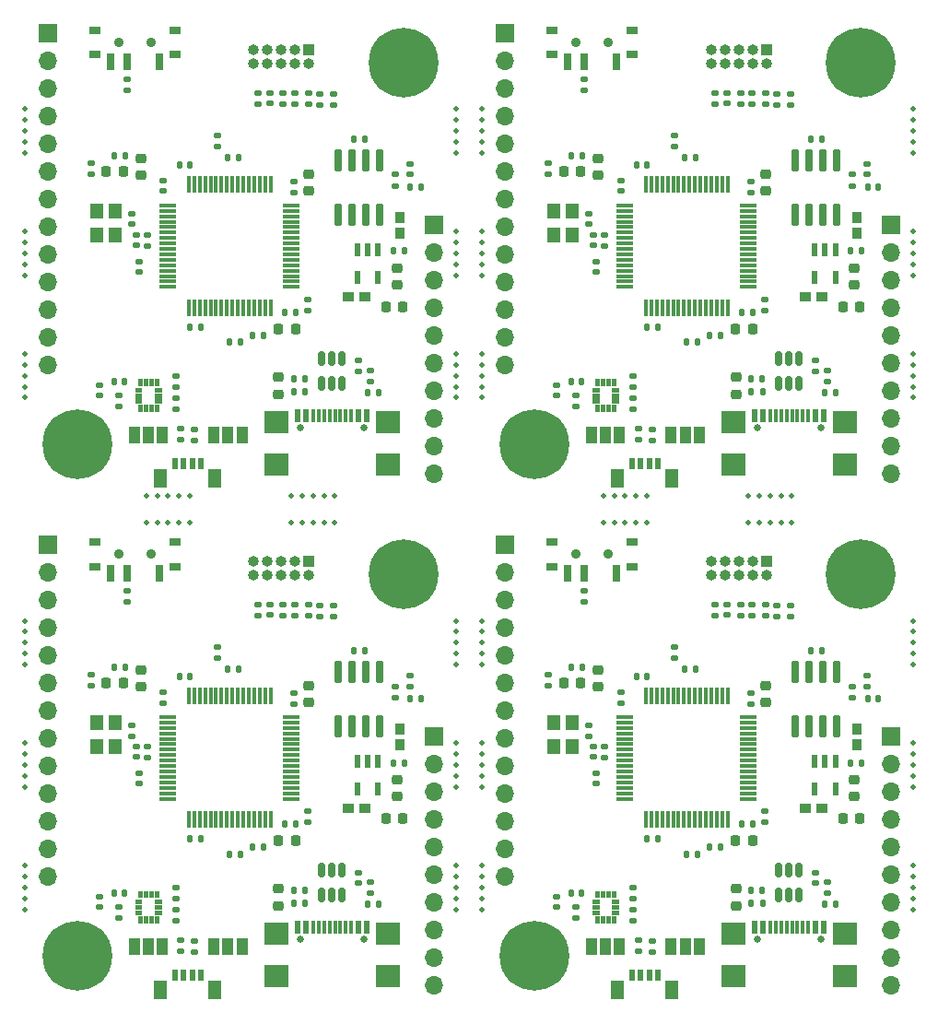
<source format=gbr>
%TF.GenerationSoftware,KiCad,Pcbnew,(6.0.11)*%
%TF.CreationDate,2023-02-14T10:47:05+13:00*%
%TF.ProjectId,stm32_panel,73746d33-325f-4706-916e-656c2e6b6963,rev?*%
%TF.SameCoordinates,Original*%
%TF.FileFunction,Soldermask,Top*%
%TF.FilePolarity,Negative*%
%FSLAX46Y46*%
G04 Gerber Fmt 4.6, Leading zero omitted, Abs format (unit mm)*
G04 Created by KiCad (PCBNEW (6.0.11)) date 2023-02-14 10:47:05*
%MOMM*%
%LPD*%
G01*
G04 APERTURE LIST*
G04 Aperture macros list*
%AMRoundRect*
0 Rectangle with rounded corners*
0 $1 Rounding radius*
0 $2 $3 $4 $5 $6 $7 $8 $9 X,Y pos of 4 corners*
0 Add a 4 corners polygon primitive as box body*
4,1,4,$2,$3,$4,$5,$6,$7,$8,$9,$2,$3,0*
0 Add four circle primitives for the rounded corners*
1,1,$1+$1,$2,$3*
1,1,$1+$1,$4,$5*
1,1,$1+$1,$6,$7*
1,1,$1+$1,$8,$9*
0 Add four rect primitives between the rounded corners*
20,1,$1+$1,$2,$3,$4,$5,0*
20,1,$1+$1,$4,$5,$6,$7,0*
20,1,$1+$1,$6,$7,$8,$9,0*
20,1,$1+$1,$8,$9,$2,$3,0*%
G04 Aperture macros list end*
%ADD10C,0.010000*%
%ADD11RoundRect,0.218750X-0.218750X-0.256250X0.218750X-0.256250X0.218750X0.256250X-0.218750X0.256250X0*%
%ADD12RoundRect,0.147500X0.172500X-0.147500X0.172500X0.147500X-0.172500X0.147500X-0.172500X-0.147500X0*%
%ADD13C,0.500000*%
%ADD14RoundRect,0.218750X0.256250X-0.218750X0.256250X0.218750X-0.256250X0.218750X-0.256250X-0.218750X0*%
%ADD15RoundRect,0.225000X0.250000X-0.225000X0.250000X0.225000X-0.250000X0.225000X-0.250000X-0.225000X0*%
%ADD16R,0.500000X1.100000*%
%ADD17R,1.200000X1.700000*%
%ADD18RoundRect,0.225000X0.225000X0.250000X-0.225000X0.250000X-0.225000X-0.250000X0.225000X-0.250000X0*%
%ADD19R,0.999999X0.949998*%
%ADD20R,1.700000X1.700000*%
%ADD21O,1.700000X1.700000*%
%ADD22RoundRect,0.135000X0.185000X-0.135000X0.185000X0.135000X-0.185000X0.135000X-0.185000X-0.135000X0*%
%ADD23RoundRect,0.150000X0.150000X-0.512500X0.150000X0.512500X-0.150000X0.512500X-0.150000X-0.512500X0*%
%ADD24RoundRect,0.135000X-0.135000X-0.185000X0.135000X-0.185000X0.135000X0.185000X-0.135000X0.185000X0*%
%ADD25RoundRect,0.140000X0.140000X0.170000X-0.140000X0.170000X-0.140000X-0.170000X0.140000X-0.170000X0*%
%ADD26RoundRect,0.088500X-0.206500X0.516500X-0.206500X-0.516500X0.206500X-0.516500X0.206500X0.516500X0*%
%ADD27RoundRect,0.147500X-0.147500X-0.172500X0.147500X-0.172500X0.147500X0.172500X-0.147500X0.172500X0*%
%ADD28RoundRect,0.140000X0.170000X-0.140000X0.170000X0.140000X-0.170000X0.140000X-0.170000X-0.140000X0*%
%ADD29RoundRect,0.075000X-0.700000X-0.075000X0.700000X-0.075000X0.700000X0.075000X-0.700000X0.075000X0*%
%ADD30RoundRect,0.075000X-0.075000X-0.700000X0.075000X-0.700000X0.075000X0.700000X-0.075000X0.700000X0*%
%ADD31RoundRect,0.135000X-0.185000X0.135000X-0.185000X-0.135000X0.185000X-0.135000X0.185000X0.135000X0*%
%ADD32R,1.000000X1.500000*%
%ADD33RoundRect,0.147500X-0.172500X0.147500X-0.172500X-0.147500X0.172500X-0.147500X0.172500X0.147500X0*%
%ADD34RoundRect,0.042000X-0.258000X0.943000X-0.258000X-0.943000X0.258000X-0.943000X0.258000X0.943000X0*%
%ADD35R,1.200000X1.400000*%
%ADD36RoundRect,0.140000X-0.140000X-0.170000X0.140000X-0.170000X0.140000X0.170000X-0.140000X0.170000X0*%
%ADD37RoundRect,0.218750X-0.256250X0.218750X-0.256250X-0.218750X0.256250X-0.218750X0.256250X0.218750X0*%
%ADD38RoundRect,0.140000X-0.170000X0.140000X-0.170000X-0.140000X0.170000X-0.140000X0.170000X0.140000X0*%
%ADD39R,1.000000X1.000000*%
%ADD40O,1.000000X1.000000*%
%ADD41RoundRect,0.135000X0.135000X0.185000X-0.135000X0.185000X-0.135000X-0.185000X0.135000X-0.185000X0*%
%ADD42R,0.949998X0.999999*%
%ADD43C,0.800000*%
%ADD44C,6.400000*%
%ADD45RoundRect,0.225000X-0.225000X-0.250000X0.225000X-0.250000X0.225000X0.250000X-0.225000X0.250000X0*%
%ADD46R,1.000000X0.800000*%
%ADD47C,0.900000*%
%ADD48R,0.700000X1.500000*%
%ADD49C,0.650000*%
%ADD50R,0.600000X1.150000*%
%ADD51R,0.300000X1.150000*%
%ADD52R,2.180000X2.000000*%
G04 APERTURE END LIST*
%TO.C,U401*%
G36*
X34890000Y-98190000D02*
G01*
X34315000Y-98190000D01*
X34315000Y-97840000D01*
X34890000Y-97840000D01*
X34890000Y-98190000D01*
G37*
D10*
X34890000Y-98190000D02*
X34315000Y-98190000D01*
X34315000Y-97840000D01*
X34890000Y-97840000D01*
X34890000Y-98190000D01*
G36*
X34940000Y-98965000D02*
G01*
X34590000Y-98965000D01*
X34590000Y-98390000D01*
X34940000Y-98390000D01*
X34940000Y-98965000D01*
G37*
X34940000Y-98965000D02*
X34590000Y-98965000D01*
X34590000Y-98390000D01*
X34940000Y-98390000D01*
X34940000Y-98965000D01*
G36*
X35940000Y-98965000D02*
G01*
X35590000Y-98965000D01*
X35590000Y-98390000D01*
X35940000Y-98390000D01*
X35940000Y-98965000D01*
G37*
X35940000Y-98965000D02*
X35590000Y-98965000D01*
X35590000Y-98390000D01*
X35940000Y-98390000D01*
X35940000Y-98965000D01*
G36*
X36715000Y-97190000D02*
G01*
X36140000Y-97190000D01*
X36140000Y-96840000D01*
X36715000Y-96840000D01*
X36715000Y-97190000D01*
G37*
X36715000Y-97190000D02*
X36140000Y-97190000D01*
X36140000Y-96840000D01*
X36715000Y-96840000D01*
X36715000Y-97190000D01*
G36*
X35440000Y-96640000D02*
G01*
X35090000Y-96640000D01*
X35090000Y-96065000D01*
X35440000Y-96065000D01*
X35440000Y-96640000D01*
G37*
X35440000Y-96640000D02*
X35090000Y-96640000D01*
X35090000Y-96065000D01*
X35440000Y-96065000D01*
X35440000Y-96640000D01*
G36*
X36440000Y-96640000D02*
G01*
X36090000Y-96640000D01*
X36090000Y-96065000D01*
X36440000Y-96065000D01*
X36440000Y-96640000D01*
G37*
X36440000Y-96640000D02*
X36090000Y-96640000D01*
X36090000Y-96065000D01*
X36440000Y-96065000D01*
X36440000Y-96640000D01*
G36*
X36715000Y-98190000D02*
G01*
X36140000Y-98190000D01*
X36140000Y-97840000D01*
X36715000Y-97840000D01*
X36715000Y-98190000D01*
G37*
X36715000Y-98190000D02*
X36140000Y-98190000D01*
X36140000Y-97840000D01*
X36715000Y-97840000D01*
X36715000Y-98190000D01*
G36*
X35440000Y-98965000D02*
G01*
X35090000Y-98965000D01*
X35090000Y-98390000D01*
X35440000Y-98390000D01*
X35440000Y-98965000D01*
G37*
X35440000Y-98965000D02*
X35090000Y-98965000D01*
X35090000Y-98390000D01*
X35440000Y-98390000D01*
X35440000Y-98965000D01*
G36*
X35940000Y-96640000D02*
G01*
X35590000Y-96640000D01*
X35590000Y-96065000D01*
X35940000Y-96065000D01*
X35940000Y-96640000D01*
G37*
X35940000Y-96640000D02*
X35590000Y-96640000D01*
X35590000Y-96065000D01*
X35940000Y-96065000D01*
X35940000Y-96640000D01*
G36*
X34890000Y-97190000D02*
G01*
X34315000Y-97190000D01*
X34315000Y-96840000D01*
X34890000Y-96840000D01*
X34890000Y-97190000D01*
G37*
X34890000Y-97190000D02*
X34315000Y-97190000D01*
X34315000Y-96840000D01*
X34890000Y-96840000D01*
X34890000Y-97190000D01*
G36*
X34890000Y-97690000D02*
G01*
X34315000Y-97690000D01*
X34315000Y-97340000D01*
X34890000Y-97340000D01*
X34890000Y-97690000D01*
G37*
X34890000Y-97690000D02*
X34315000Y-97690000D01*
X34315000Y-97340000D01*
X34890000Y-97340000D01*
X34890000Y-97690000D01*
G36*
X34940000Y-96640000D02*
G01*
X34590000Y-96640000D01*
X34590000Y-96065000D01*
X34940000Y-96065000D01*
X34940000Y-96640000D01*
G37*
X34940000Y-96640000D02*
X34590000Y-96640000D01*
X34590000Y-96065000D01*
X34940000Y-96065000D01*
X34940000Y-96640000D01*
G36*
X36440000Y-98965000D02*
G01*
X36090000Y-98965000D01*
X36090000Y-98390000D01*
X36440000Y-98390000D01*
X36440000Y-98965000D01*
G37*
X36440000Y-98965000D02*
X36090000Y-98965000D01*
X36090000Y-98390000D01*
X36440000Y-98390000D01*
X36440000Y-98965000D01*
G36*
X36715000Y-97690000D02*
G01*
X36140000Y-97690000D01*
X36140000Y-97340000D01*
X36715000Y-97340000D01*
X36715000Y-97690000D01*
G37*
X36715000Y-97690000D02*
X36140000Y-97690000D01*
X36140000Y-97340000D01*
X36715000Y-97340000D01*
X36715000Y-97690000D01*
G36*
X34890000Y-51190000D02*
G01*
X34315000Y-51190000D01*
X34315000Y-50840000D01*
X34890000Y-50840000D01*
X34890000Y-51190000D01*
G37*
X34890000Y-51190000D02*
X34315000Y-51190000D01*
X34315000Y-50840000D01*
X34890000Y-50840000D01*
X34890000Y-51190000D01*
G36*
X36440000Y-49640000D02*
G01*
X36090000Y-49640000D01*
X36090000Y-49065000D01*
X36440000Y-49065000D01*
X36440000Y-49640000D01*
G37*
X36440000Y-49640000D02*
X36090000Y-49640000D01*
X36090000Y-49065000D01*
X36440000Y-49065000D01*
X36440000Y-49640000D01*
G36*
X34940000Y-51965000D02*
G01*
X34590000Y-51965000D01*
X34590000Y-51390000D01*
X34940000Y-51390000D01*
X34940000Y-51965000D01*
G37*
X34940000Y-51965000D02*
X34590000Y-51965000D01*
X34590000Y-51390000D01*
X34940000Y-51390000D01*
X34940000Y-51965000D01*
G36*
X35940000Y-49640000D02*
G01*
X35590000Y-49640000D01*
X35590000Y-49065000D01*
X35940000Y-49065000D01*
X35940000Y-49640000D01*
G37*
X35940000Y-49640000D02*
X35590000Y-49640000D01*
X35590000Y-49065000D01*
X35940000Y-49065000D01*
X35940000Y-49640000D01*
G36*
X36440000Y-51965000D02*
G01*
X36090000Y-51965000D01*
X36090000Y-51390000D01*
X36440000Y-51390000D01*
X36440000Y-51965000D01*
G37*
X36440000Y-51965000D02*
X36090000Y-51965000D01*
X36090000Y-51390000D01*
X36440000Y-51390000D01*
X36440000Y-51965000D01*
G36*
X36715000Y-51190000D02*
G01*
X36140000Y-51190000D01*
X36140000Y-50840000D01*
X36715000Y-50840000D01*
X36715000Y-51190000D01*
G37*
X36715000Y-51190000D02*
X36140000Y-51190000D01*
X36140000Y-50840000D01*
X36715000Y-50840000D01*
X36715000Y-51190000D01*
G36*
X34890000Y-50690000D02*
G01*
X34315000Y-50690000D01*
X34315000Y-50340000D01*
X34890000Y-50340000D01*
X34890000Y-50690000D01*
G37*
X34890000Y-50690000D02*
X34315000Y-50690000D01*
X34315000Y-50340000D01*
X34890000Y-50340000D01*
X34890000Y-50690000D01*
G36*
X35940000Y-51965000D02*
G01*
X35590000Y-51965000D01*
X35590000Y-51390000D01*
X35940000Y-51390000D01*
X35940000Y-51965000D01*
G37*
X35940000Y-51965000D02*
X35590000Y-51965000D01*
X35590000Y-51390000D01*
X35940000Y-51390000D01*
X35940000Y-51965000D01*
G36*
X35440000Y-51965000D02*
G01*
X35090000Y-51965000D01*
X35090000Y-51390000D01*
X35440000Y-51390000D01*
X35440000Y-51965000D01*
G37*
X35440000Y-51965000D02*
X35090000Y-51965000D01*
X35090000Y-51390000D01*
X35440000Y-51390000D01*
X35440000Y-51965000D01*
G36*
X34940000Y-49640000D02*
G01*
X34590000Y-49640000D01*
X34590000Y-49065000D01*
X34940000Y-49065000D01*
X34940000Y-49640000D01*
G37*
X34940000Y-49640000D02*
X34590000Y-49640000D01*
X34590000Y-49065000D01*
X34940000Y-49065000D01*
X34940000Y-49640000D01*
G36*
X35440000Y-49640000D02*
G01*
X35090000Y-49640000D01*
X35090000Y-49065000D01*
X35440000Y-49065000D01*
X35440000Y-49640000D01*
G37*
X35440000Y-49640000D02*
X35090000Y-49640000D01*
X35090000Y-49065000D01*
X35440000Y-49065000D01*
X35440000Y-49640000D01*
G36*
X36715000Y-50190000D02*
G01*
X36140000Y-50190000D01*
X36140000Y-49840000D01*
X36715000Y-49840000D01*
X36715000Y-50190000D01*
G37*
X36715000Y-50190000D02*
X36140000Y-50190000D01*
X36140000Y-49840000D01*
X36715000Y-49840000D01*
X36715000Y-50190000D01*
G36*
X36715000Y-50690000D02*
G01*
X36140000Y-50690000D01*
X36140000Y-50340000D01*
X36715000Y-50340000D01*
X36715000Y-50690000D01*
G37*
X36715000Y-50690000D02*
X36140000Y-50690000D01*
X36140000Y-50340000D01*
X36715000Y-50340000D01*
X36715000Y-50690000D01*
G36*
X34890000Y-50190000D02*
G01*
X34315000Y-50190000D01*
X34315000Y-49840000D01*
X34890000Y-49840000D01*
X34890000Y-50190000D01*
G37*
X34890000Y-50190000D02*
X34315000Y-50190000D01*
X34315000Y-49840000D01*
X34890000Y-49840000D01*
X34890000Y-50190000D01*
G36*
X77440000Y-96640000D02*
G01*
X77090000Y-96640000D01*
X77090000Y-96065000D01*
X77440000Y-96065000D01*
X77440000Y-96640000D01*
G37*
X77440000Y-96640000D02*
X77090000Y-96640000D01*
X77090000Y-96065000D01*
X77440000Y-96065000D01*
X77440000Y-96640000D01*
G36*
X78440000Y-96640000D02*
G01*
X78090000Y-96640000D01*
X78090000Y-96065000D01*
X78440000Y-96065000D01*
X78440000Y-96640000D01*
G37*
X78440000Y-96640000D02*
X78090000Y-96640000D01*
X78090000Y-96065000D01*
X78440000Y-96065000D01*
X78440000Y-96640000D01*
G36*
X78715000Y-97190000D02*
G01*
X78140000Y-97190000D01*
X78140000Y-96840000D01*
X78715000Y-96840000D01*
X78715000Y-97190000D01*
G37*
X78715000Y-97190000D02*
X78140000Y-97190000D01*
X78140000Y-96840000D01*
X78715000Y-96840000D01*
X78715000Y-97190000D01*
G36*
X76890000Y-97690000D02*
G01*
X76315000Y-97690000D01*
X76315000Y-97340000D01*
X76890000Y-97340000D01*
X76890000Y-97690000D01*
G37*
X76890000Y-97690000D02*
X76315000Y-97690000D01*
X76315000Y-97340000D01*
X76890000Y-97340000D01*
X76890000Y-97690000D01*
G36*
X76890000Y-98190000D02*
G01*
X76315000Y-98190000D01*
X76315000Y-97840000D01*
X76890000Y-97840000D01*
X76890000Y-98190000D01*
G37*
X76890000Y-98190000D02*
X76315000Y-98190000D01*
X76315000Y-97840000D01*
X76890000Y-97840000D01*
X76890000Y-98190000D01*
G36*
X78715000Y-98190000D02*
G01*
X78140000Y-98190000D01*
X78140000Y-97840000D01*
X78715000Y-97840000D01*
X78715000Y-98190000D01*
G37*
X78715000Y-98190000D02*
X78140000Y-98190000D01*
X78140000Y-97840000D01*
X78715000Y-97840000D01*
X78715000Y-98190000D01*
G36*
X77440000Y-98965000D02*
G01*
X77090000Y-98965000D01*
X77090000Y-98390000D01*
X77440000Y-98390000D01*
X77440000Y-98965000D01*
G37*
X77440000Y-98965000D02*
X77090000Y-98965000D01*
X77090000Y-98390000D01*
X77440000Y-98390000D01*
X77440000Y-98965000D01*
G36*
X76890000Y-97190000D02*
G01*
X76315000Y-97190000D01*
X76315000Y-96840000D01*
X76890000Y-96840000D01*
X76890000Y-97190000D01*
G37*
X76890000Y-97190000D02*
X76315000Y-97190000D01*
X76315000Y-96840000D01*
X76890000Y-96840000D01*
X76890000Y-97190000D01*
G36*
X76940000Y-98965000D02*
G01*
X76590000Y-98965000D01*
X76590000Y-98390000D01*
X76940000Y-98390000D01*
X76940000Y-98965000D01*
G37*
X76940000Y-98965000D02*
X76590000Y-98965000D01*
X76590000Y-98390000D01*
X76940000Y-98390000D01*
X76940000Y-98965000D01*
G36*
X78440000Y-98965000D02*
G01*
X78090000Y-98965000D01*
X78090000Y-98390000D01*
X78440000Y-98390000D01*
X78440000Y-98965000D01*
G37*
X78440000Y-98965000D02*
X78090000Y-98965000D01*
X78090000Y-98390000D01*
X78440000Y-98390000D01*
X78440000Y-98965000D01*
G36*
X77940000Y-96640000D02*
G01*
X77590000Y-96640000D01*
X77590000Y-96065000D01*
X77940000Y-96065000D01*
X77940000Y-96640000D01*
G37*
X77940000Y-96640000D02*
X77590000Y-96640000D01*
X77590000Y-96065000D01*
X77940000Y-96065000D01*
X77940000Y-96640000D01*
G36*
X78715000Y-97690000D02*
G01*
X78140000Y-97690000D01*
X78140000Y-97340000D01*
X78715000Y-97340000D01*
X78715000Y-97690000D01*
G37*
X78715000Y-97690000D02*
X78140000Y-97690000D01*
X78140000Y-97340000D01*
X78715000Y-97340000D01*
X78715000Y-97690000D01*
G36*
X77940000Y-98965000D02*
G01*
X77590000Y-98965000D01*
X77590000Y-98390000D01*
X77940000Y-98390000D01*
X77940000Y-98965000D01*
G37*
X77940000Y-98965000D02*
X77590000Y-98965000D01*
X77590000Y-98390000D01*
X77940000Y-98390000D01*
X77940000Y-98965000D01*
G36*
X76940000Y-96640000D02*
G01*
X76590000Y-96640000D01*
X76590000Y-96065000D01*
X76940000Y-96065000D01*
X76940000Y-96640000D01*
G37*
X76940000Y-96640000D02*
X76590000Y-96640000D01*
X76590000Y-96065000D01*
X76940000Y-96065000D01*
X76940000Y-96640000D01*
G36*
X78440000Y-49640000D02*
G01*
X78090000Y-49640000D01*
X78090000Y-49065000D01*
X78440000Y-49065000D01*
X78440000Y-49640000D01*
G37*
X78440000Y-49640000D02*
X78090000Y-49640000D01*
X78090000Y-49065000D01*
X78440000Y-49065000D01*
X78440000Y-49640000D01*
G36*
X78715000Y-50690000D02*
G01*
X78140000Y-50690000D01*
X78140000Y-50340000D01*
X78715000Y-50340000D01*
X78715000Y-50690000D01*
G37*
X78715000Y-50690000D02*
X78140000Y-50690000D01*
X78140000Y-50340000D01*
X78715000Y-50340000D01*
X78715000Y-50690000D01*
G36*
X76940000Y-51965000D02*
G01*
X76590000Y-51965000D01*
X76590000Y-51390000D01*
X76940000Y-51390000D01*
X76940000Y-51965000D01*
G37*
X76940000Y-51965000D02*
X76590000Y-51965000D01*
X76590000Y-51390000D01*
X76940000Y-51390000D01*
X76940000Y-51965000D01*
G36*
X76890000Y-50690000D02*
G01*
X76315000Y-50690000D01*
X76315000Y-50340000D01*
X76890000Y-50340000D01*
X76890000Y-50690000D01*
G37*
X76890000Y-50690000D02*
X76315000Y-50690000D01*
X76315000Y-50340000D01*
X76890000Y-50340000D01*
X76890000Y-50690000D01*
G36*
X77440000Y-51965000D02*
G01*
X77090000Y-51965000D01*
X77090000Y-51390000D01*
X77440000Y-51390000D01*
X77440000Y-51965000D01*
G37*
X77440000Y-51965000D02*
X77090000Y-51965000D01*
X77090000Y-51390000D01*
X77440000Y-51390000D01*
X77440000Y-51965000D01*
G36*
X78440000Y-51965000D02*
G01*
X78090000Y-51965000D01*
X78090000Y-51390000D01*
X78440000Y-51390000D01*
X78440000Y-51965000D01*
G37*
X78440000Y-51965000D02*
X78090000Y-51965000D01*
X78090000Y-51390000D01*
X78440000Y-51390000D01*
X78440000Y-51965000D01*
G36*
X78715000Y-51190000D02*
G01*
X78140000Y-51190000D01*
X78140000Y-50840000D01*
X78715000Y-50840000D01*
X78715000Y-51190000D01*
G37*
X78715000Y-51190000D02*
X78140000Y-51190000D01*
X78140000Y-50840000D01*
X78715000Y-50840000D01*
X78715000Y-51190000D01*
G36*
X76890000Y-50190000D02*
G01*
X76315000Y-50190000D01*
X76315000Y-49840000D01*
X76890000Y-49840000D01*
X76890000Y-50190000D01*
G37*
X76890000Y-50190000D02*
X76315000Y-50190000D01*
X76315000Y-49840000D01*
X76890000Y-49840000D01*
X76890000Y-50190000D01*
G36*
X78715000Y-50190000D02*
G01*
X78140000Y-50190000D01*
X78140000Y-49840000D01*
X78715000Y-49840000D01*
X78715000Y-50190000D01*
G37*
X78715000Y-50190000D02*
X78140000Y-50190000D01*
X78140000Y-49840000D01*
X78715000Y-49840000D01*
X78715000Y-50190000D01*
G36*
X77940000Y-51965000D02*
G01*
X77590000Y-51965000D01*
X77590000Y-51390000D01*
X77940000Y-51390000D01*
X77940000Y-51965000D01*
G37*
X77940000Y-51965000D02*
X77590000Y-51965000D01*
X77590000Y-51390000D01*
X77940000Y-51390000D01*
X77940000Y-51965000D01*
G36*
X77940000Y-49640000D02*
G01*
X77590000Y-49640000D01*
X77590000Y-49065000D01*
X77940000Y-49065000D01*
X77940000Y-49640000D01*
G37*
X77940000Y-49640000D02*
X77590000Y-49640000D01*
X77590000Y-49065000D01*
X77940000Y-49065000D01*
X77940000Y-49640000D01*
G36*
X76890000Y-51190000D02*
G01*
X76315000Y-51190000D01*
X76315000Y-50840000D01*
X76890000Y-50840000D01*
X76890000Y-51190000D01*
G37*
X76890000Y-51190000D02*
X76315000Y-51190000D01*
X76315000Y-50840000D01*
X76890000Y-50840000D01*
X76890000Y-51190000D01*
G36*
X76940000Y-49640000D02*
G01*
X76590000Y-49640000D01*
X76590000Y-49065000D01*
X76940000Y-49065000D01*
X76940000Y-49640000D01*
G37*
X76940000Y-49640000D02*
X76590000Y-49640000D01*
X76590000Y-49065000D01*
X76940000Y-49065000D01*
X76940000Y-49640000D01*
G36*
X77440000Y-49640000D02*
G01*
X77090000Y-49640000D01*
X77090000Y-49065000D01*
X77440000Y-49065000D01*
X77440000Y-49640000D01*
G37*
X77440000Y-49640000D02*
X77090000Y-49640000D01*
X77090000Y-49065000D01*
X77440000Y-49065000D01*
X77440000Y-49640000D01*
%TD*%
D11*
%TO.C,D308*%
X73672500Y-29970000D03*
X75247500Y-29970000D03*
%TD*%
D12*
%TO.C,D502*%
X59550000Y-77265000D03*
X59550000Y-76295000D03*
%TD*%
D13*
%TO.C,REF\u002A\u002A*%
X63800000Y-72250000D03*
%TD*%
%TO.C,REF\u002A\u002A*%
X24200000Y-82500000D03*
%TD*%
%TO.C,REF\u002A\u002A*%
X24200000Y-74250000D03*
%TD*%
%TO.C,REF\u002A\u002A*%
X105800000Y-96750000D03*
%TD*%
D14*
%TO.C,D301*%
X89505000Y-50457500D03*
X89505000Y-48882500D03*
%TD*%
D15*
%TO.C,C306*%
X50255000Y-31765000D03*
X50255000Y-30215000D03*
%TD*%
D16*
%TO.C,J401*%
X40350000Y-103800000D03*
X39550000Y-103800000D03*
X38750000Y-103800000D03*
X37950000Y-103800000D03*
D17*
X41650000Y-105200000D03*
X36650000Y-105200000D03*
%TD*%
D13*
%TO.C,REF\u002A\u002A*%
X77333333Y-59800000D03*
%TD*%
D18*
%TO.C,C303*%
X100885000Y-89440000D03*
X99335000Y-89440000D03*
%TD*%
D13*
%TO.C,REF\u002A\u002A*%
X63800000Y-35500000D03*
%TD*%
D19*
%TO.C,C205*%
X95935001Y-88480000D03*
X97384999Y-88480000D03*
%TD*%
D20*
%TO.C,J503*%
X103740000Y-34890000D03*
D21*
X103740000Y-37430000D03*
X103740000Y-39970000D03*
X103740000Y-42510000D03*
X103740000Y-45050000D03*
X103740000Y-47590000D03*
X103740000Y-50130000D03*
X103740000Y-52670000D03*
X103740000Y-55210000D03*
X103740000Y-57750000D03*
%TD*%
D13*
%TO.C,REF\u002A\u002A*%
X66200000Y-46750000D03*
%TD*%
%TO.C,REF\u002A\u002A*%
X66200000Y-71250000D03*
%TD*%
D22*
%TO.C,R314*%
X93305000Y-70865000D03*
X93305000Y-69845000D03*
%TD*%
D23*
%TO.C,U302*%
X51425000Y-49452500D03*
X52375000Y-49452500D03*
X53325000Y-49452500D03*
X53325000Y-47177500D03*
X52375000Y-47177500D03*
X51425000Y-47177500D03*
%TD*%
D13*
%TO.C,REF\u002A\u002A*%
X24200000Y-71250000D03*
%TD*%
D24*
%TO.C,R306*%
X90905000Y-49005000D03*
X91925000Y-49005000D03*
%TD*%
D13*
%TO.C,REF\u002A\u002A*%
X105800000Y-24250000D03*
%TD*%
%TO.C,REF\u002A\u002A*%
X105800000Y-26250000D03*
%TD*%
%TO.C,REF\u002A\u002A*%
X66200000Y-97750000D03*
%TD*%
D22*
%TO.C,R316*%
X45600000Y-23770000D03*
X45600000Y-22750000D03*
%TD*%
D25*
%TO.C,C501*%
X55390000Y-26975000D03*
X54430000Y-26975000D03*
%TD*%
D16*
%TO.C,J401*%
X82350000Y-103800000D03*
X81550000Y-103800000D03*
X80750000Y-103800000D03*
X79950000Y-103800000D03*
D17*
X83650000Y-105200000D03*
X78650000Y-105200000D03*
%TD*%
D26*
%TO.C,U201*%
X98650000Y-84182500D03*
X97700000Y-84182500D03*
X96750000Y-84182500D03*
X96750000Y-86692500D03*
X98650000Y-86692500D03*
%TD*%
D15*
%TO.C,C306*%
X92255000Y-31765000D03*
X92255000Y-30215000D03*
%TD*%
D13*
%TO.C,REF\u002A\u002A*%
X81333333Y-62200000D03*
%TD*%
D27*
%TO.C,D306*%
X97715000Y-97300000D03*
X98685000Y-97300000D03*
%TD*%
D13*
%TO.C,REF\u002A\u002A*%
X66200000Y-25250000D03*
%TD*%
D23*
%TO.C,U302*%
X93425000Y-96452500D03*
X94375000Y-96452500D03*
X95325000Y-96452500D03*
X95325000Y-94177500D03*
X94375000Y-94177500D03*
X93425000Y-94177500D03*
%TD*%
D22*
%TO.C,R502*%
X100230000Y-31290000D03*
X100230000Y-30270000D03*
%TD*%
%TO.C,R317*%
X30290000Y-30220000D03*
X30290000Y-29200000D03*
%TD*%
D28*
%TO.C,C312*%
X54800000Y-48330000D03*
X54800000Y-47370000D03*
%TD*%
D29*
%TO.C,U301*%
X37325000Y-80090000D03*
X37325000Y-80590000D03*
X37325000Y-81090000D03*
X37325000Y-81590000D03*
X37325000Y-82090000D03*
X37325000Y-82590000D03*
X37325000Y-83090000D03*
X37325000Y-83590000D03*
X37325000Y-84090000D03*
X37325000Y-84590000D03*
X37325000Y-85090000D03*
X37325000Y-85590000D03*
X37325000Y-86090000D03*
X37325000Y-86590000D03*
X37325000Y-87090000D03*
X37325000Y-87590000D03*
D30*
X39250000Y-89515000D03*
X39750000Y-89515000D03*
X40250000Y-89515000D03*
X40750000Y-89515000D03*
X41250000Y-89515000D03*
X41750000Y-89515000D03*
X42250000Y-89515000D03*
X42750000Y-89515000D03*
X43250000Y-89515000D03*
X43750000Y-89515000D03*
X44250000Y-89515000D03*
X44750000Y-89515000D03*
X45250000Y-89515000D03*
X45750000Y-89515000D03*
X46250000Y-89515000D03*
X46750000Y-89515000D03*
D29*
X48675000Y-87590000D03*
X48675000Y-87090000D03*
X48675000Y-86590000D03*
X48675000Y-86090000D03*
X48675000Y-85590000D03*
X48675000Y-85090000D03*
X48675000Y-84590000D03*
X48675000Y-84090000D03*
X48675000Y-83590000D03*
X48675000Y-83090000D03*
X48675000Y-82590000D03*
X48675000Y-82090000D03*
X48675000Y-81590000D03*
X48675000Y-81090000D03*
X48675000Y-80590000D03*
X48675000Y-80090000D03*
D30*
X46750000Y-78165000D03*
X46250000Y-78165000D03*
X45750000Y-78165000D03*
X45250000Y-78165000D03*
X44750000Y-78165000D03*
X44250000Y-78165000D03*
X43750000Y-78165000D03*
X43250000Y-78165000D03*
X42750000Y-78165000D03*
X42250000Y-78165000D03*
X41750000Y-78165000D03*
X41250000Y-78165000D03*
X40750000Y-78165000D03*
X40250000Y-78165000D03*
X39750000Y-78165000D03*
X39250000Y-78165000D03*
%TD*%
D13*
%TO.C,REF\u002A\u002A*%
X37333334Y-62200000D03*
%TD*%
%TO.C,REF\u002A\u002A*%
X66200000Y-95750000D03*
%TD*%
D31*
%TO.C,R308*%
X50200000Y-41715000D03*
X50200000Y-42735000D03*
%TD*%
D25*
%TO.C,C308*%
X40325000Y-44260000D03*
X39365000Y-44260000D03*
%TD*%
D13*
%TO.C,REF\u002A\u002A*%
X66200000Y-26250000D03*
%TD*%
D22*
%TO.C,R305*%
X97900000Y-49310000D03*
X97900000Y-48290000D03*
%TD*%
D14*
%TO.C,D301*%
X89505000Y-97457500D03*
X89505000Y-95882500D03*
%TD*%
D32*
%TO.C,JP401*%
X41550000Y-101182500D03*
X42850000Y-101182500D03*
X44150000Y-101182500D03*
%TD*%
D13*
%TO.C,REF\u002A\u002A*%
X35333334Y-59800000D03*
%TD*%
%TO.C,REF\u002A\u002A*%
X24200000Y-50750000D03*
%TD*%
D33*
%TO.C,D303*%
X46710000Y-22770000D03*
X46710000Y-23740000D03*
%TD*%
D13*
%TO.C,REF\u002A\u002A*%
X66200000Y-86500000D03*
%TD*%
%TO.C,REF\u002A\u002A*%
X92666666Y-62200000D03*
%TD*%
D34*
%TO.C,U501*%
X56755000Y-28980000D03*
X55485000Y-28980000D03*
X54215000Y-28980000D03*
X52945000Y-28980000D03*
X52945000Y-33920000D03*
X54215000Y-33920000D03*
X55485000Y-33920000D03*
X56755000Y-33920000D03*
%TD*%
D27*
%TO.C,D503*%
X59615000Y-78415000D03*
X60585000Y-78415000D03*
%TD*%
D24*
%TO.C,R310*%
X43010000Y-92670000D03*
X44030000Y-92670000D03*
%TD*%
D26*
%TO.C,U201*%
X56650000Y-37182500D03*
X55700000Y-37182500D03*
X54750000Y-37182500D03*
X54750000Y-39692500D03*
X56650000Y-39692500D03*
%TD*%
D18*
%TO.C,C303*%
X58885000Y-42440000D03*
X57335000Y-42440000D03*
%TD*%
D35*
%TO.C,Y301*%
X30815000Y-33625000D03*
X30815000Y-35825000D03*
X32515000Y-35825000D03*
X32515000Y-33625000D03*
%TD*%
D13*
%TO.C,REF\u002A\u002A*%
X92666666Y-59800000D03*
%TD*%
%TO.C,REF\u002A\u002A*%
X63800000Y-24250000D03*
%TD*%
D36*
%TO.C,C401*%
X32385000Y-96245000D03*
X33345000Y-96245000D03*
%TD*%
D37*
%TO.C,D307*%
X34820000Y-28762500D03*
X34820000Y-30337500D03*
%TD*%
D13*
%TO.C,REF\u002A\u002A*%
X24200000Y-46750000D03*
%TD*%
D28*
%TO.C,C403*%
X32790000Y-98525000D03*
X32790000Y-97565000D03*
%TD*%
D24*
%TO.C,R306*%
X48905000Y-96005000D03*
X49925000Y-96005000D03*
%TD*%
D13*
%TO.C,REF\u002A\u002A*%
X79333333Y-59800000D03*
%TD*%
D22*
%TO.C,R314*%
X51305000Y-23865000D03*
X51305000Y-22845000D03*
%TD*%
D28*
%TO.C,C402*%
X73015000Y-50555000D03*
X73015000Y-49595000D03*
%TD*%
D23*
%TO.C,U302*%
X51425000Y-96452500D03*
X52375000Y-96452500D03*
X53325000Y-96452500D03*
X53325000Y-94177500D03*
X52375000Y-94177500D03*
X51425000Y-94177500D03*
%TD*%
D13*
%TO.C,REF\u002A\u002A*%
X63800000Y-50750000D03*
%TD*%
%TO.C,REF\u002A\u002A*%
X24200000Y-28250000D03*
%TD*%
D31*
%TO.C,R401*%
X39800000Y-53640000D03*
X39800000Y-54660000D03*
%TD*%
D13*
%TO.C,REF\u002A\u002A*%
X51666666Y-62200000D03*
%TD*%
%TO.C,REF\u002A\u002A*%
X63800000Y-46750000D03*
%TD*%
D25*
%TO.C,C501*%
X55390000Y-73975000D03*
X54430000Y-73975000D03*
%TD*%
D22*
%TO.C,R315*%
X47930000Y-23805000D03*
X47930000Y-22785000D03*
%TD*%
D38*
%TO.C,C302*%
X34406315Y-82806315D03*
X34406315Y-83766315D03*
%TD*%
D13*
%TO.C,REF\u002A\u002A*%
X66200000Y-75250000D03*
%TD*%
D39*
%TO.C,J301*%
X92300000Y-65800000D03*
D40*
X92300000Y-67070000D03*
X91030000Y-65800000D03*
X91030000Y-67070000D03*
X89760000Y-65800000D03*
X89760000Y-67070000D03*
X88490000Y-65800000D03*
X88490000Y-67070000D03*
X87220000Y-65800000D03*
X87220000Y-67070000D03*
%TD*%
D13*
%TO.C,REF\u002A\u002A*%
X24200000Y-38500000D03*
%TD*%
D28*
%TO.C,C403*%
X74790000Y-98525000D03*
X74790000Y-97565000D03*
%TD*%
D13*
%TO.C,REF\u002A\u002A*%
X63800000Y-94750000D03*
%TD*%
D33*
%TO.C,D305*%
X92225000Y-69790000D03*
X92225000Y-70760000D03*
%TD*%
D13*
%TO.C,REF\u002A\u002A*%
X105800000Y-86500000D03*
%TD*%
%TO.C,REF\u002A\u002A*%
X24200000Y-84500000D03*
%TD*%
D31*
%TO.C,R402*%
X38530000Y-53590000D03*
X38530000Y-54610000D03*
%TD*%
D25*
%TO.C,C501*%
X97390000Y-26975000D03*
X96430000Y-26975000D03*
%TD*%
D41*
%TO.C,R313*%
X33380000Y-28560000D03*
X32360000Y-28560000D03*
%TD*%
%TO.C,R313*%
X75380000Y-28560000D03*
X74360000Y-28560000D03*
%TD*%
D24*
%TO.C,R306*%
X90905000Y-96005000D03*
X91925000Y-96005000D03*
%TD*%
D23*
%TO.C,U302*%
X93425000Y-49452500D03*
X94375000Y-49452500D03*
X95325000Y-49452500D03*
X95325000Y-47177500D03*
X94375000Y-47177500D03*
X93425000Y-47177500D03*
%TD*%
D18*
%TO.C,C303*%
X58885000Y-89440000D03*
X57335000Y-89440000D03*
%TD*%
D42*
%TO.C,C201*%
X100655000Y-81220001D03*
X100655000Y-82669999D03*
%TD*%
D43*
%TO.C,H502*%
X31400000Y-102000000D03*
X30697056Y-100302944D03*
X27302944Y-100302944D03*
X30697056Y-103697056D03*
X27302944Y-103697056D03*
X29000000Y-99600000D03*
D44*
X29000000Y-102000000D03*
D43*
X26600000Y-102000000D03*
X29000000Y-104400000D03*
%TD*%
D13*
%TO.C,REF\u002A\u002A*%
X36333334Y-62200000D03*
%TD*%
%TO.C,REF\u002A\u002A*%
X24200000Y-93750000D03*
%TD*%
D28*
%TO.C,C403*%
X32790000Y-51525000D03*
X32790000Y-50565000D03*
%TD*%
D36*
%TO.C,C307*%
X90095000Y-42890000D03*
X91055000Y-42890000D03*
%TD*%
D20*
%TO.C,J505*%
X26300000Y-64300000D03*
D21*
X26300000Y-66840000D03*
X26300000Y-69380000D03*
X26300000Y-71920000D03*
X26300000Y-74460000D03*
X26300000Y-77000000D03*
X26300000Y-79540000D03*
X26300000Y-82080000D03*
X26300000Y-84620000D03*
X26300000Y-87160000D03*
X26300000Y-89700000D03*
X26300000Y-92240000D03*
X26300000Y-94780000D03*
%TD*%
D13*
%TO.C,REF\u002A\u002A*%
X63800000Y-47750000D03*
%TD*%
%TO.C,REF\u002A\u002A*%
X105800000Y-39500000D03*
%TD*%
D11*
%TO.C,D308*%
X31672500Y-76970000D03*
X33247500Y-76970000D03*
%TD*%
D45*
%TO.C,C304*%
X47495000Y-44455000D03*
X49045000Y-44455000D03*
%TD*%
D13*
%TO.C,REF\u002A\u002A*%
X24200000Y-27250000D03*
%TD*%
D27*
%TO.C,D503*%
X101615000Y-31415000D03*
X102585000Y-31415000D03*
%TD*%
D22*
%TO.C,R316*%
X87600000Y-70770000D03*
X87600000Y-69750000D03*
%TD*%
D13*
%TO.C,REF\u002A\u002A*%
X63800000Y-27250000D03*
%TD*%
%TO.C,REF\u002A\u002A*%
X63800000Y-83500000D03*
%TD*%
D29*
%TO.C,U301*%
X37325000Y-33090000D03*
X37325000Y-33590000D03*
X37325000Y-34090000D03*
X37325000Y-34590000D03*
X37325000Y-35090000D03*
X37325000Y-35590000D03*
X37325000Y-36090000D03*
X37325000Y-36590000D03*
X37325000Y-37090000D03*
X37325000Y-37590000D03*
X37325000Y-38090000D03*
X37325000Y-38590000D03*
X37325000Y-39090000D03*
X37325000Y-39590000D03*
X37325000Y-40090000D03*
X37325000Y-40590000D03*
D30*
X39250000Y-42515000D03*
X39750000Y-42515000D03*
X40250000Y-42515000D03*
X40750000Y-42515000D03*
X41250000Y-42515000D03*
X41750000Y-42515000D03*
X42250000Y-42515000D03*
X42750000Y-42515000D03*
X43250000Y-42515000D03*
X43750000Y-42515000D03*
X44250000Y-42515000D03*
X44750000Y-42515000D03*
X45250000Y-42515000D03*
X45750000Y-42515000D03*
X46250000Y-42515000D03*
X46750000Y-42515000D03*
D29*
X48675000Y-40590000D03*
X48675000Y-40090000D03*
X48675000Y-39590000D03*
X48675000Y-39090000D03*
X48675000Y-38590000D03*
X48675000Y-38090000D03*
X48675000Y-37590000D03*
X48675000Y-37090000D03*
X48675000Y-36590000D03*
X48675000Y-36090000D03*
X48675000Y-35590000D03*
X48675000Y-35090000D03*
X48675000Y-34590000D03*
X48675000Y-34090000D03*
X48675000Y-33590000D03*
X48675000Y-33090000D03*
D30*
X46750000Y-31165000D03*
X46250000Y-31165000D03*
X45750000Y-31165000D03*
X45250000Y-31165000D03*
X44750000Y-31165000D03*
X44250000Y-31165000D03*
X43750000Y-31165000D03*
X43250000Y-31165000D03*
X42750000Y-31165000D03*
X42250000Y-31165000D03*
X41750000Y-31165000D03*
X41250000Y-31165000D03*
X40750000Y-31165000D03*
X40250000Y-31165000D03*
X39750000Y-31165000D03*
X39250000Y-31165000D03*
%TD*%
D13*
%TO.C,REF\u002A\u002A*%
X105800000Y-93750000D03*
%TD*%
D28*
%TO.C,C305*%
X48905000Y-78890000D03*
X48905000Y-77930000D03*
%TD*%
D31*
%TO.C,R401*%
X81800000Y-100640000D03*
X81800000Y-101660000D03*
%TD*%
D19*
%TO.C,C205*%
X95935001Y-41480000D03*
X97384999Y-41480000D03*
%TD*%
D13*
%TO.C,REF\u002A\u002A*%
X39333334Y-59800000D03*
%TD*%
D28*
%TO.C,C301*%
X76021315Y-81841315D03*
X76021315Y-80881315D03*
%TD*%
D13*
%TO.C,REF\u002A\u002A*%
X105800000Y-82500000D03*
%TD*%
D33*
%TO.C,D304*%
X49025000Y-22785000D03*
X49025000Y-23755000D03*
%TD*%
D42*
%TO.C,C201*%
X58655000Y-34220001D03*
X58655000Y-35669999D03*
%TD*%
D22*
%TO.C,R305*%
X55900000Y-49310000D03*
X55900000Y-48290000D03*
%TD*%
D12*
%TO.C,D502*%
X101550000Y-77265000D03*
X101550000Y-76295000D03*
%TD*%
D28*
%TO.C,C309*%
X78920000Y-31785000D03*
X78920000Y-30825000D03*
%TD*%
D13*
%TO.C,REF\u002A\u002A*%
X63800000Y-85500000D03*
%TD*%
%TO.C,REF\u002A\u002A*%
X66200000Y-39500000D03*
%TD*%
D22*
%TO.C,R317*%
X72290000Y-30220000D03*
X72290000Y-29200000D03*
%TD*%
D13*
%TO.C,REF\u002A\u002A*%
X91666666Y-62200000D03*
%TD*%
D27*
%TO.C,D306*%
X55715000Y-50300000D03*
X56685000Y-50300000D03*
%TD*%
D13*
%TO.C,REF\u002A\u002A*%
X24200000Y-48750000D03*
%TD*%
%TO.C,REF\u002A\u002A*%
X63800000Y-97750000D03*
%TD*%
D32*
%TO.C,JP401*%
X83550000Y-101182500D03*
X84850000Y-101182500D03*
X86150000Y-101182500D03*
%TD*%
D13*
%TO.C,REF\u002A\u002A*%
X24200000Y-95750000D03*
%TD*%
D26*
%TO.C,U201*%
X56650000Y-84182500D03*
X55700000Y-84182500D03*
X54750000Y-84182500D03*
X54750000Y-86692500D03*
X56650000Y-86692500D03*
%TD*%
D46*
%TO.C,SW301*%
X79950000Y-19255000D03*
X79950000Y-17045000D03*
X72650000Y-19255000D03*
D47*
X77800000Y-18145000D03*
X74800000Y-18145000D03*
D46*
X72650000Y-17045000D03*
D48*
X78550000Y-19905000D03*
X75550000Y-19905000D03*
X74050000Y-19905000D03*
%TD*%
D22*
%TO.C,R315*%
X47930000Y-70805000D03*
X47930000Y-69785000D03*
%TD*%
D20*
%TO.C,J505*%
X68300000Y-64300000D03*
D21*
X68300000Y-66840000D03*
X68300000Y-69380000D03*
X68300000Y-71920000D03*
X68300000Y-74460000D03*
X68300000Y-77000000D03*
X68300000Y-79540000D03*
X68300000Y-82080000D03*
X68300000Y-84620000D03*
X68300000Y-87160000D03*
X68300000Y-89700000D03*
X68300000Y-92240000D03*
X68300000Y-94780000D03*
%TD*%
D13*
%TO.C,REF\u002A\u002A*%
X79333333Y-62200000D03*
%TD*%
%TO.C,REF\u002A\u002A*%
X66200000Y-28250000D03*
%TD*%
D15*
%TO.C,C306*%
X50255000Y-78765000D03*
X50255000Y-77215000D03*
%TD*%
D41*
%TO.C,R309*%
X85795000Y-28705000D03*
X84775000Y-28705000D03*
%TD*%
D13*
%TO.C,REF\u002A\u002A*%
X50666666Y-59800000D03*
%TD*%
%TO.C,REF\u002A\u002A*%
X105800000Y-85500000D03*
%TD*%
D25*
%TO.C,C308*%
X40325000Y-91260000D03*
X39365000Y-91260000D03*
%TD*%
D13*
%TO.C,REF\u002A\u002A*%
X66200000Y-35500000D03*
%TD*%
D11*
%TO.C,D308*%
X73672500Y-76970000D03*
X75247500Y-76970000D03*
%TD*%
D31*
%TO.C,R401*%
X39800000Y-100640000D03*
X39800000Y-101660000D03*
%TD*%
D13*
%TO.C,REF\u002A\u002A*%
X105800000Y-25250000D03*
%TD*%
D32*
%TO.C,JP401*%
X41550000Y-54182500D03*
X42850000Y-54182500D03*
X44150000Y-54182500D03*
%TD*%
D13*
%TO.C,REF\u002A\u002A*%
X105800000Y-48750000D03*
%TD*%
D33*
%TO.C,D302*%
X52505000Y-69875000D03*
X52505000Y-70845000D03*
%TD*%
D13*
%TO.C,REF\u002A\u002A*%
X66200000Y-48750000D03*
%TD*%
D28*
%TO.C,C309*%
X36920000Y-31785000D03*
X36920000Y-30825000D03*
%TD*%
%TO.C,C305*%
X90905000Y-31890000D03*
X90905000Y-30930000D03*
%TD*%
D24*
%TO.C,R310*%
X43010000Y-45670000D03*
X44030000Y-45670000D03*
%TD*%
D28*
%TO.C,C301*%
X76021315Y-34841315D03*
X76021315Y-33881315D03*
%TD*%
D13*
%TO.C,REF\u002A\u002A*%
X78333333Y-62200000D03*
%TD*%
D22*
%TO.C,R305*%
X97900000Y-96310000D03*
X97900000Y-95290000D03*
%TD*%
D43*
%TO.C,H501*%
X59000000Y-22400000D03*
X61400000Y-20000000D03*
X60697056Y-21697056D03*
X56600000Y-20000000D03*
X57302944Y-18302944D03*
D44*
X59000000Y-20000000D03*
D43*
X57302944Y-21697056D03*
X60697056Y-18302944D03*
X59000000Y-17600000D03*
%TD*%
D34*
%TO.C,U501*%
X98755000Y-28980000D03*
X97485000Y-28980000D03*
X96215000Y-28980000D03*
X94945000Y-28980000D03*
X94945000Y-33920000D03*
X96215000Y-33920000D03*
X97485000Y-33920000D03*
X98755000Y-33920000D03*
%TD*%
D13*
%TO.C,REF\u002A\u002A*%
X66200000Y-27250000D03*
%TD*%
%TO.C,REF\u002A\u002A*%
X39333334Y-62200000D03*
%TD*%
D42*
%TO.C,C201*%
X58655000Y-81220001D03*
X58655000Y-82669999D03*
%TD*%
D13*
%TO.C,REF\u002A\u002A*%
X52666666Y-59800000D03*
%TD*%
D25*
%TO.C,C308*%
X82325000Y-91260000D03*
X81365000Y-91260000D03*
%TD*%
D22*
%TO.C,R303*%
X75550000Y-22550000D03*
X75550000Y-21530000D03*
%TD*%
D13*
%TO.C,REF\u002A\u002A*%
X78333333Y-59800000D03*
%TD*%
%TO.C,REF\u002A\u002A*%
X105800000Y-46750000D03*
%TD*%
D38*
%TO.C,C302*%
X34406315Y-35806315D03*
X34406315Y-36766315D03*
%TD*%
D13*
%TO.C,REF\u002A\u002A*%
X36333334Y-59800000D03*
%TD*%
D41*
%TO.C,R208*%
X101040000Y-37295000D03*
X100020000Y-37295000D03*
%TD*%
D13*
%TO.C,REF\u002A\u002A*%
X24200000Y-37500000D03*
%TD*%
D45*
%TO.C,C304*%
X89495000Y-91455000D03*
X91045000Y-91455000D03*
%TD*%
D13*
%TO.C,REF\u002A\u002A*%
X24200000Y-36500000D03*
%TD*%
D33*
%TO.C,D304*%
X91025000Y-22785000D03*
X91025000Y-23755000D03*
%TD*%
D13*
%TO.C,REF\u002A\u002A*%
X63800000Y-71250000D03*
%TD*%
%TO.C,REF\u002A\u002A*%
X63800000Y-48750000D03*
%TD*%
%TO.C,REF\u002A\u002A*%
X63800000Y-95750000D03*
%TD*%
D49*
%TO.C,J302*%
X55315000Y-100470000D03*
X49535000Y-100470000D03*
D50*
X49225000Y-99395000D03*
X50025000Y-99395000D03*
D51*
X51175000Y-99395000D03*
X52175000Y-99395000D03*
X52675000Y-99395000D03*
X53675000Y-99395000D03*
D50*
X55625000Y-99395000D03*
X54825000Y-99395000D03*
D51*
X54175000Y-99395000D03*
X53175000Y-99395000D03*
X51675000Y-99395000D03*
X50675000Y-99395000D03*
D52*
X47315000Y-99970000D03*
X57535000Y-99970000D03*
X47315000Y-103900000D03*
X57535000Y-103900000D03*
%TD*%
D44*
%TO.C,H502*%
X29000000Y-55000000D03*
D43*
X30697056Y-53302944D03*
X26600000Y-55000000D03*
X29000000Y-52600000D03*
X27302944Y-56697056D03*
X30697056Y-56697056D03*
X29000000Y-57400000D03*
X31400000Y-55000000D03*
X27302944Y-53302944D03*
%TD*%
D24*
%TO.C,R304*%
X48940000Y-97200000D03*
X49960000Y-97200000D03*
%TD*%
D31*
%TO.C,R301*%
X80095000Y-95770000D03*
X80095000Y-96790000D03*
%TD*%
D22*
%TO.C,R316*%
X87600000Y-23770000D03*
X87600000Y-22750000D03*
%TD*%
D13*
%TO.C,REF\u002A\u002A*%
X63800000Y-96750000D03*
%TD*%
D22*
%TO.C,R305*%
X55900000Y-96310000D03*
X55900000Y-95290000D03*
%TD*%
D13*
%TO.C,REF\u002A\u002A*%
X37333334Y-59800000D03*
%TD*%
D24*
%TO.C,R304*%
X90940000Y-50200000D03*
X91960000Y-50200000D03*
%TD*%
D45*
%TO.C,C304*%
X89495000Y-44455000D03*
X91045000Y-44455000D03*
%TD*%
D13*
%TO.C,REF\u002A\u002A*%
X105800000Y-47750000D03*
%TD*%
D20*
%TO.C,J505*%
X26300000Y-17300000D03*
D21*
X26300000Y-19840000D03*
X26300000Y-22380000D03*
X26300000Y-24920000D03*
X26300000Y-27460000D03*
X26300000Y-30000000D03*
X26300000Y-32540000D03*
X26300000Y-35080000D03*
X26300000Y-37620000D03*
X26300000Y-40160000D03*
X26300000Y-42700000D03*
X26300000Y-45240000D03*
X26300000Y-47780000D03*
%TD*%
D13*
%TO.C,REF\u002A\u002A*%
X24200000Y-49750000D03*
%TD*%
D28*
%TO.C,C305*%
X90905000Y-78890000D03*
X90905000Y-77930000D03*
%TD*%
D32*
%TO.C,JP402*%
X34225000Y-101182500D03*
X35525000Y-101182500D03*
X36825000Y-101182500D03*
%TD*%
D22*
%TO.C,R307*%
X80065000Y-51830000D03*
X80065000Y-50810000D03*
%TD*%
D13*
%TO.C,REF\u002A\u002A*%
X63800000Y-36500000D03*
%TD*%
D37*
%TO.C,D307*%
X76820000Y-28762500D03*
X76820000Y-30337500D03*
%TD*%
D36*
%TO.C,C310*%
X80370000Y-76350000D03*
X81330000Y-76350000D03*
%TD*%
D22*
%TO.C,R302*%
X77460000Y-83855000D03*
X77460000Y-82835000D03*
%TD*%
D13*
%TO.C,REF\u002A\u002A*%
X105800000Y-83500000D03*
%TD*%
D28*
%TO.C,C312*%
X96800000Y-95330000D03*
X96800000Y-94370000D03*
%TD*%
D13*
%TO.C,REF\u002A\u002A*%
X66200000Y-47750000D03*
%TD*%
D33*
%TO.C,D302*%
X52505000Y-22875000D03*
X52505000Y-23845000D03*
%TD*%
D27*
%TO.C,D306*%
X55715000Y-97300000D03*
X56685000Y-97300000D03*
%TD*%
D36*
%TO.C,C310*%
X38370000Y-29350000D03*
X39330000Y-29350000D03*
%TD*%
D28*
%TO.C,C402*%
X31015000Y-50555000D03*
X31015000Y-49595000D03*
%TD*%
D13*
%TO.C,REF\u002A\u002A*%
X52666666Y-62200000D03*
%TD*%
%TO.C,REF\u002A\u002A*%
X48666666Y-59800000D03*
%TD*%
D20*
%TO.C,J503*%
X61740000Y-34890000D03*
D21*
X61740000Y-37430000D03*
X61740000Y-39970000D03*
X61740000Y-42510000D03*
X61740000Y-45050000D03*
X61740000Y-47590000D03*
X61740000Y-50130000D03*
X61740000Y-52670000D03*
X61740000Y-55210000D03*
X61740000Y-57750000D03*
%TD*%
D22*
%TO.C,R314*%
X93305000Y-23865000D03*
X93305000Y-22845000D03*
%TD*%
D13*
%TO.C,REF\u002A\u002A*%
X63800000Y-37500000D03*
%TD*%
D31*
%TO.C,R308*%
X92200000Y-41715000D03*
X92200000Y-42735000D03*
%TD*%
D13*
%TO.C,REF\u002A\u002A*%
X105800000Y-97750000D03*
%TD*%
D28*
%TO.C,C311*%
X34640000Y-86230000D03*
X34640000Y-85270000D03*
%TD*%
D13*
%TO.C,REF\u002A\u002A*%
X63800000Y-38500000D03*
%TD*%
D28*
%TO.C,C305*%
X48905000Y-31890000D03*
X48905000Y-30930000D03*
%TD*%
D41*
%TO.C,R313*%
X75380000Y-75560000D03*
X74360000Y-75560000D03*
%TD*%
D13*
%TO.C,REF\u002A\u002A*%
X66200000Y-85500000D03*
%TD*%
D22*
%TO.C,R302*%
X35460000Y-36855000D03*
X35460000Y-35835000D03*
%TD*%
D41*
%TO.C,R312*%
X88135000Y-45010000D03*
X87115000Y-45010000D03*
%TD*%
D43*
%TO.C,H501*%
X57302944Y-68697056D03*
X60697056Y-68697056D03*
X59000000Y-69400000D03*
X57302944Y-65302944D03*
X60697056Y-65302944D03*
X61400000Y-67000000D03*
X59000000Y-64600000D03*
D44*
X59000000Y-67000000D03*
D43*
X56600000Y-67000000D03*
%TD*%
D13*
%TO.C,REF\u002A\u002A*%
X38333334Y-59800000D03*
%TD*%
D33*
%TO.C,D304*%
X49025000Y-69785000D03*
X49025000Y-70755000D03*
%TD*%
D13*
%TO.C,REF\u002A\u002A*%
X63800000Y-73250000D03*
%TD*%
%TO.C,REF\u002A\u002A*%
X105800000Y-27250000D03*
%TD*%
D33*
%TO.C,D305*%
X50225000Y-22790000D03*
X50225000Y-23760000D03*
%TD*%
D42*
%TO.C,C201*%
X100655000Y-34220001D03*
X100655000Y-35669999D03*
%TD*%
D49*
%TO.C,J302*%
X97315000Y-100470000D03*
X91535000Y-100470000D03*
D50*
X91225000Y-99395000D03*
X92025000Y-99395000D03*
D51*
X93175000Y-99395000D03*
X94175000Y-99395000D03*
X94675000Y-99395000D03*
X95675000Y-99395000D03*
D50*
X97625000Y-99395000D03*
X96825000Y-99395000D03*
D51*
X96175000Y-99395000D03*
X95175000Y-99395000D03*
X93675000Y-99395000D03*
X92675000Y-99395000D03*
D52*
X89315000Y-99970000D03*
X99535000Y-99970000D03*
X89315000Y-103900000D03*
X99535000Y-103900000D03*
%TD*%
D41*
%TO.C,R208*%
X101040000Y-84295000D03*
X100020000Y-84295000D03*
%TD*%
D12*
%TO.C,D502*%
X59550000Y-30265000D03*
X59550000Y-29295000D03*
%TD*%
D13*
%TO.C,REF\u002A\u002A*%
X63800000Y-84500000D03*
%TD*%
D31*
%TO.C,R311*%
X83845000Y-73645000D03*
X83845000Y-74665000D03*
%TD*%
D20*
%TO.C,J505*%
X68300000Y-17300000D03*
D21*
X68300000Y-19840000D03*
X68300000Y-22380000D03*
X68300000Y-24920000D03*
X68300000Y-27460000D03*
X68300000Y-30000000D03*
X68300000Y-32540000D03*
X68300000Y-35080000D03*
X68300000Y-37620000D03*
X68300000Y-40160000D03*
X68300000Y-42700000D03*
X68300000Y-45240000D03*
X68300000Y-47780000D03*
%TD*%
D25*
%TO.C,C501*%
X97390000Y-73975000D03*
X96430000Y-73975000D03*
%TD*%
D16*
%TO.C,J401*%
X40350000Y-56800000D03*
X39550000Y-56800000D03*
X38750000Y-56800000D03*
X37950000Y-56800000D03*
D17*
X41650000Y-58200000D03*
X36650000Y-58200000D03*
%TD*%
D13*
%TO.C,REF\u002A\u002A*%
X66200000Y-73250000D03*
%TD*%
D33*
%TO.C,D302*%
X94505000Y-69875000D03*
X94505000Y-70845000D03*
%TD*%
D24*
%TO.C,R304*%
X48940000Y-50200000D03*
X49960000Y-50200000D03*
%TD*%
D16*
%TO.C,J401*%
X82350000Y-56800000D03*
X81550000Y-56800000D03*
X80750000Y-56800000D03*
X79950000Y-56800000D03*
D17*
X83650000Y-58200000D03*
X78650000Y-58200000D03*
%TD*%
D33*
%TO.C,D305*%
X50225000Y-69790000D03*
X50225000Y-70760000D03*
%TD*%
D13*
%TO.C,REF\u002A\u002A*%
X63800000Y-26250000D03*
%TD*%
D22*
%TO.C,R302*%
X35460000Y-83855000D03*
X35460000Y-82835000D03*
%TD*%
D13*
%TO.C,REF\u002A\u002A*%
X66200000Y-38500000D03*
%TD*%
%TO.C,REF\u002A\u002A*%
X48666666Y-62200000D03*
%TD*%
%TO.C,REF\u002A\u002A*%
X24200000Y-94750000D03*
%TD*%
D22*
%TO.C,R502*%
X100230000Y-78290000D03*
X100230000Y-77270000D03*
%TD*%
D41*
%TO.C,R208*%
X59040000Y-84295000D03*
X58020000Y-84295000D03*
%TD*%
D24*
%TO.C,R310*%
X85010000Y-92670000D03*
X86030000Y-92670000D03*
%TD*%
D13*
%TO.C,REF\u002A\u002A*%
X66200000Y-82500000D03*
%TD*%
D19*
%TO.C,C205*%
X53935001Y-88480000D03*
X55384999Y-88480000D03*
%TD*%
D27*
%TO.C,D306*%
X97715000Y-50300000D03*
X98685000Y-50300000D03*
%TD*%
D22*
%TO.C,R315*%
X89930000Y-70805000D03*
X89930000Y-69785000D03*
%TD*%
D13*
%TO.C,REF\u002A\u002A*%
X105800000Y-37500000D03*
%TD*%
D41*
%TO.C,R208*%
X59040000Y-37295000D03*
X58020000Y-37295000D03*
%TD*%
D19*
%TO.C,C205*%
X53935001Y-41480000D03*
X55384999Y-41480000D03*
%TD*%
D13*
%TO.C,REF\u002A\u002A*%
X24200000Y-24250000D03*
%TD*%
D32*
%TO.C,JP401*%
X83550000Y-54182500D03*
X84850000Y-54182500D03*
X86150000Y-54182500D03*
%TD*%
D28*
%TO.C,C402*%
X73015000Y-97555000D03*
X73015000Y-96595000D03*
%TD*%
D41*
%TO.C,R313*%
X33380000Y-75560000D03*
X32360000Y-75560000D03*
%TD*%
D13*
%TO.C,REF\u002A\u002A*%
X105800000Y-36500000D03*
%TD*%
D37*
%TO.C,D307*%
X34820000Y-75762500D03*
X34820000Y-77337500D03*
%TD*%
D32*
%TO.C,JP402*%
X76225000Y-54182500D03*
X77525000Y-54182500D03*
X78825000Y-54182500D03*
%TD*%
D13*
%TO.C,REF\u002A\u002A*%
X35333334Y-62200000D03*
%TD*%
D37*
%TO.C,D204*%
X100400000Y-38832500D03*
X100400000Y-40407500D03*
%TD*%
D13*
%TO.C,REF\u002A\u002A*%
X24200000Y-86500000D03*
%TD*%
D32*
%TO.C,JP402*%
X34225000Y-54182500D03*
X35525000Y-54182500D03*
X36825000Y-54182500D03*
%TD*%
D13*
%TO.C,REF\u002A\u002A*%
X24200000Y-35500000D03*
%TD*%
D28*
%TO.C,C309*%
X36920000Y-78785000D03*
X36920000Y-77825000D03*
%TD*%
D26*
%TO.C,U201*%
X98650000Y-37182500D03*
X97700000Y-37182500D03*
X96750000Y-37182500D03*
X96750000Y-39692500D03*
X98650000Y-39692500D03*
%TD*%
D33*
%TO.C,D303*%
X88710000Y-22770000D03*
X88710000Y-23740000D03*
%TD*%
D13*
%TO.C,REF\u002A\u002A*%
X24200000Y-25250000D03*
%TD*%
D41*
%TO.C,R312*%
X88135000Y-92010000D03*
X87115000Y-92010000D03*
%TD*%
D13*
%TO.C,REF\u002A\u002A*%
X63800000Y-74250000D03*
%TD*%
D41*
%TO.C,R309*%
X43795000Y-75705000D03*
X42775000Y-75705000D03*
%TD*%
D13*
%TO.C,REF\u002A\u002A*%
X105800000Y-84500000D03*
%TD*%
D11*
%TO.C,D308*%
X31672500Y-29970000D03*
X33247500Y-29970000D03*
%TD*%
D38*
%TO.C,C302*%
X76406315Y-35806315D03*
X76406315Y-36766315D03*
%TD*%
D13*
%TO.C,REF\u002A\u002A*%
X38333334Y-62200000D03*
%TD*%
D39*
%TO.C,J301*%
X50300000Y-65800000D03*
D40*
X50300000Y-67070000D03*
X49030000Y-65800000D03*
X49030000Y-67070000D03*
X47760000Y-65800000D03*
X47760000Y-67070000D03*
X46490000Y-65800000D03*
X46490000Y-67070000D03*
X45220000Y-65800000D03*
X45220000Y-67070000D03*
%TD*%
D13*
%TO.C,REF\u002A\u002A*%
X93666666Y-62200000D03*
%TD*%
%TO.C,REF\u002A\u002A*%
X24200000Y-96750000D03*
%TD*%
%TO.C,REF\u002A\u002A*%
X105800000Y-73250000D03*
%TD*%
D31*
%TO.C,R308*%
X92200000Y-88715000D03*
X92200000Y-89735000D03*
%TD*%
D37*
%TO.C,D307*%
X76820000Y-75762500D03*
X76820000Y-77337500D03*
%TD*%
D13*
%TO.C,REF\u002A\u002A*%
X90666666Y-59800000D03*
%TD*%
%TO.C,REF\u002A\u002A*%
X63800000Y-25250000D03*
%TD*%
D33*
%TO.C,D303*%
X88710000Y-69770000D03*
X88710000Y-70740000D03*
%TD*%
D13*
%TO.C,REF\u002A\u002A*%
X66200000Y-84500000D03*
%TD*%
%TO.C,REF\u002A\u002A*%
X63800000Y-39500000D03*
%TD*%
D46*
%TO.C,SW301*%
X30650000Y-64045000D03*
X37950000Y-64045000D03*
D47*
X35800000Y-65145000D03*
D46*
X30650000Y-66255000D03*
D47*
X32800000Y-65145000D03*
D46*
X37950000Y-66255000D03*
D48*
X36550000Y-66905000D03*
X33550000Y-66905000D03*
X32050000Y-66905000D03*
%TD*%
D22*
%TO.C,R307*%
X80065000Y-98830000D03*
X80065000Y-97810000D03*
%TD*%
D28*
%TO.C,C402*%
X31015000Y-97555000D03*
X31015000Y-96595000D03*
%TD*%
D20*
%TO.C,J503*%
X61740000Y-81890000D03*
D21*
X61740000Y-84430000D03*
X61740000Y-86970000D03*
X61740000Y-89510000D03*
X61740000Y-92050000D03*
X61740000Y-94590000D03*
X61740000Y-97130000D03*
X61740000Y-99670000D03*
X61740000Y-102210000D03*
X61740000Y-104750000D03*
%TD*%
D22*
%TO.C,R307*%
X38065000Y-98830000D03*
X38065000Y-97810000D03*
%TD*%
D13*
%TO.C,REF\u002A\u002A*%
X80333333Y-59800000D03*
%TD*%
%TO.C,REF\u002A\u002A*%
X90666666Y-62200000D03*
%TD*%
%TO.C,REF\u002A\u002A*%
X24200000Y-47750000D03*
%TD*%
D35*
%TO.C,Y301*%
X72815000Y-33625000D03*
X72815000Y-35825000D03*
X74515000Y-35825000D03*
X74515000Y-33625000D03*
%TD*%
D13*
%TO.C,REF\u002A\u002A*%
X105800000Y-72250000D03*
%TD*%
%TO.C,REF\u002A\u002A*%
X63800000Y-75250000D03*
%TD*%
D22*
%TO.C,R502*%
X58230000Y-31290000D03*
X58230000Y-30270000D03*
%TD*%
D13*
%TO.C,REF\u002A\u002A*%
X105800000Y-35500000D03*
%TD*%
%TO.C,REF\u002A\u002A*%
X49666666Y-59800000D03*
%TD*%
D33*
%TO.C,D303*%
X46710000Y-69770000D03*
X46710000Y-70740000D03*
%TD*%
D24*
%TO.C,R304*%
X90940000Y-97200000D03*
X91960000Y-97200000D03*
%TD*%
D36*
%TO.C,C307*%
X90095000Y-89890000D03*
X91055000Y-89890000D03*
%TD*%
D37*
%TO.C,D204*%
X100400000Y-85832500D03*
X100400000Y-87407500D03*
%TD*%
D31*
%TO.C,R301*%
X38095000Y-48770000D03*
X38095000Y-49790000D03*
%TD*%
D13*
%TO.C,REF\u002A\u002A*%
X105800000Y-74250000D03*
%TD*%
D36*
%TO.C,C401*%
X74385000Y-96245000D03*
X75345000Y-96245000D03*
%TD*%
D49*
%TO.C,J302*%
X55315000Y-53470000D03*
X49535000Y-53470000D03*
D50*
X49225000Y-52395000D03*
X50025000Y-52395000D03*
D51*
X51175000Y-52395000D03*
X52175000Y-52395000D03*
X52675000Y-52395000D03*
X53675000Y-52395000D03*
D50*
X55625000Y-52395000D03*
X54825000Y-52395000D03*
D51*
X54175000Y-52395000D03*
X53175000Y-52395000D03*
X51675000Y-52395000D03*
X50675000Y-52395000D03*
D52*
X47315000Y-52970000D03*
X57535000Y-52970000D03*
X47315000Y-56900000D03*
X57535000Y-56900000D03*
%TD*%
D13*
%TO.C,REF\u002A\u002A*%
X24200000Y-73250000D03*
%TD*%
D29*
%TO.C,U301*%
X79325000Y-33090000D03*
X79325000Y-33590000D03*
X79325000Y-34090000D03*
X79325000Y-34590000D03*
X79325000Y-35090000D03*
X79325000Y-35590000D03*
X79325000Y-36090000D03*
X79325000Y-36590000D03*
X79325000Y-37090000D03*
X79325000Y-37590000D03*
X79325000Y-38090000D03*
X79325000Y-38590000D03*
X79325000Y-39090000D03*
X79325000Y-39590000D03*
X79325000Y-40090000D03*
X79325000Y-40590000D03*
D30*
X81250000Y-42515000D03*
X81750000Y-42515000D03*
X82250000Y-42515000D03*
X82750000Y-42515000D03*
X83250000Y-42515000D03*
X83750000Y-42515000D03*
X84250000Y-42515000D03*
X84750000Y-42515000D03*
X85250000Y-42515000D03*
X85750000Y-42515000D03*
X86250000Y-42515000D03*
X86750000Y-42515000D03*
X87250000Y-42515000D03*
X87750000Y-42515000D03*
X88250000Y-42515000D03*
X88750000Y-42515000D03*
D29*
X90675000Y-40590000D03*
X90675000Y-40090000D03*
X90675000Y-39590000D03*
X90675000Y-39090000D03*
X90675000Y-38590000D03*
X90675000Y-38090000D03*
X90675000Y-37590000D03*
X90675000Y-37090000D03*
X90675000Y-36590000D03*
X90675000Y-36090000D03*
X90675000Y-35590000D03*
X90675000Y-35090000D03*
X90675000Y-34590000D03*
X90675000Y-34090000D03*
X90675000Y-33590000D03*
X90675000Y-33090000D03*
D30*
X88750000Y-31165000D03*
X88250000Y-31165000D03*
X87750000Y-31165000D03*
X87250000Y-31165000D03*
X86750000Y-31165000D03*
X86250000Y-31165000D03*
X85750000Y-31165000D03*
X85250000Y-31165000D03*
X84750000Y-31165000D03*
X84250000Y-31165000D03*
X83750000Y-31165000D03*
X83250000Y-31165000D03*
X82750000Y-31165000D03*
X82250000Y-31165000D03*
X81750000Y-31165000D03*
X81250000Y-31165000D03*
%TD*%
D28*
%TO.C,C301*%
X34021315Y-81841315D03*
X34021315Y-80881315D03*
%TD*%
D31*
%TO.C,R301*%
X80095000Y-48770000D03*
X80095000Y-49790000D03*
%TD*%
D13*
%TO.C,REF\u002A\u002A*%
X80333333Y-62200000D03*
%TD*%
%TO.C,REF\u002A\u002A*%
X93666666Y-59800000D03*
%TD*%
%TO.C,REF\u002A\u002A*%
X66200000Y-96750000D03*
%TD*%
D38*
%TO.C,C302*%
X76406315Y-82806315D03*
X76406315Y-83766315D03*
%TD*%
D13*
%TO.C,REF\u002A\u002A*%
X63800000Y-28250000D03*
%TD*%
D28*
%TO.C,C301*%
X34021315Y-34841315D03*
X34021315Y-33881315D03*
%TD*%
D36*
%TO.C,C401*%
X74385000Y-49245000D03*
X75345000Y-49245000D03*
%TD*%
D13*
%TO.C,REF\u002A\u002A*%
X105800000Y-95750000D03*
%TD*%
D29*
%TO.C,U301*%
X79325000Y-80090000D03*
X79325000Y-80590000D03*
X79325000Y-81090000D03*
X79325000Y-81590000D03*
X79325000Y-82090000D03*
X79325000Y-82590000D03*
X79325000Y-83090000D03*
X79325000Y-83590000D03*
X79325000Y-84090000D03*
X79325000Y-84590000D03*
X79325000Y-85090000D03*
X79325000Y-85590000D03*
X79325000Y-86090000D03*
X79325000Y-86590000D03*
X79325000Y-87090000D03*
X79325000Y-87590000D03*
D30*
X81250000Y-89515000D03*
X81750000Y-89515000D03*
X82250000Y-89515000D03*
X82750000Y-89515000D03*
X83250000Y-89515000D03*
X83750000Y-89515000D03*
X84250000Y-89515000D03*
X84750000Y-89515000D03*
X85250000Y-89515000D03*
X85750000Y-89515000D03*
X86250000Y-89515000D03*
X86750000Y-89515000D03*
X87250000Y-89515000D03*
X87750000Y-89515000D03*
X88250000Y-89515000D03*
X88750000Y-89515000D03*
D29*
X90675000Y-87590000D03*
X90675000Y-87090000D03*
X90675000Y-86590000D03*
X90675000Y-86090000D03*
X90675000Y-85590000D03*
X90675000Y-85090000D03*
X90675000Y-84590000D03*
X90675000Y-84090000D03*
X90675000Y-83590000D03*
X90675000Y-83090000D03*
X90675000Y-82590000D03*
X90675000Y-82090000D03*
X90675000Y-81590000D03*
X90675000Y-81090000D03*
X90675000Y-80590000D03*
X90675000Y-80090000D03*
D30*
X88750000Y-78165000D03*
X88250000Y-78165000D03*
X87750000Y-78165000D03*
X87250000Y-78165000D03*
X86750000Y-78165000D03*
X86250000Y-78165000D03*
X85750000Y-78165000D03*
X85250000Y-78165000D03*
X84750000Y-78165000D03*
X84250000Y-78165000D03*
X83750000Y-78165000D03*
X83250000Y-78165000D03*
X82750000Y-78165000D03*
X82250000Y-78165000D03*
X81750000Y-78165000D03*
X81250000Y-78165000D03*
%TD*%
D36*
%TO.C,C310*%
X80370000Y-29350000D03*
X81330000Y-29350000D03*
%TD*%
D28*
%TO.C,C311*%
X76640000Y-39230000D03*
X76640000Y-38270000D03*
%TD*%
D41*
%TO.C,R309*%
X43795000Y-28705000D03*
X42775000Y-28705000D03*
%TD*%
D13*
%TO.C,REF\u002A\u002A*%
X105800000Y-49750000D03*
%TD*%
%TO.C,REF\u002A\u002A*%
X81333333Y-59800000D03*
%TD*%
D43*
%TO.C,H501*%
X102697056Y-18302944D03*
D44*
X101000000Y-20000000D03*
D43*
X99302944Y-18302944D03*
X101000000Y-17600000D03*
X101000000Y-22400000D03*
X99302944Y-21697056D03*
X103400000Y-20000000D03*
X102697056Y-21697056D03*
X98600000Y-20000000D03*
%TD*%
D24*
%TO.C,R306*%
X48905000Y-49005000D03*
X49925000Y-49005000D03*
%TD*%
D43*
%TO.C,H502*%
X69302944Y-100302944D03*
X71000000Y-99600000D03*
D44*
X71000000Y-102000000D03*
D43*
X72697056Y-103697056D03*
X72697056Y-100302944D03*
X68600000Y-102000000D03*
X73400000Y-102000000D03*
X71000000Y-104400000D03*
X69302944Y-103697056D03*
%TD*%
D13*
%TO.C,REF\u002A\u002A*%
X105800000Y-94750000D03*
%TD*%
D24*
%TO.C,R310*%
X85010000Y-45670000D03*
X86030000Y-45670000D03*
%TD*%
D31*
%TO.C,R402*%
X38530000Y-100590000D03*
X38530000Y-101610000D03*
%TD*%
D22*
%TO.C,R317*%
X30290000Y-77220000D03*
X30290000Y-76200000D03*
%TD*%
D36*
%TO.C,C307*%
X48095000Y-42890000D03*
X49055000Y-42890000D03*
%TD*%
D13*
%TO.C,REF\u002A\u002A*%
X66200000Y-50750000D03*
%TD*%
%TO.C,REF\u002A\u002A*%
X24200000Y-83500000D03*
%TD*%
%TO.C,REF\u002A\u002A*%
X66200000Y-83500000D03*
%TD*%
%TO.C,REF\u002A\u002A*%
X63800000Y-82500000D03*
%TD*%
%TO.C,REF\u002A\u002A*%
X91666666Y-59800000D03*
%TD*%
D22*
%TO.C,R303*%
X33550000Y-69550000D03*
X33550000Y-68530000D03*
%TD*%
D45*
%TO.C,C304*%
X47495000Y-91455000D03*
X49045000Y-91455000D03*
%TD*%
D13*
%TO.C,REF\u002A\u002A*%
X24200000Y-39500000D03*
%TD*%
D33*
%TO.C,D302*%
X94505000Y-22875000D03*
X94505000Y-23845000D03*
%TD*%
D22*
%TO.C,R302*%
X77460000Y-36855000D03*
X77460000Y-35835000D03*
%TD*%
D31*
%TO.C,R311*%
X83845000Y-26645000D03*
X83845000Y-27665000D03*
%TD*%
D46*
%TO.C,SW301*%
X30650000Y-19255000D03*
X37950000Y-17045000D03*
D47*
X32800000Y-18145000D03*
X35800000Y-18145000D03*
D46*
X30650000Y-17045000D03*
X37950000Y-19255000D03*
D48*
X36550000Y-19905000D03*
X33550000Y-19905000D03*
X32050000Y-19905000D03*
%TD*%
D39*
%TO.C,J301*%
X50300000Y-18800000D03*
D40*
X50300000Y-20070000D03*
X49030000Y-18800000D03*
X49030000Y-20070000D03*
X47760000Y-18800000D03*
X47760000Y-20070000D03*
X46490000Y-18800000D03*
X46490000Y-20070000D03*
X45220000Y-18800000D03*
X45220000Y-20070000D03*
%TD*%
D35*
%TO.C,Y301*%
X30815000Y-80625000D03*
X30815000Y-82825000D03*
X32515000Y-82825000D03*
X32515000Y-80625000D03*
%TD*%
D13*
%TO.C,REF\u002A\u002A*%
X24200000Y-26250000D03*
%TD*%
D43*
%TO.C,H502*%
X71000000Y-57400000D03*
X69302944Y-53302944D03*
D44*
X71000000Y-55000000D03*
D43*
X73400000Y-55000000D03*
X71000000Y-52600000D03*
X69302944Y-56697056D03*
X68600000Y-55000000D03*
X72697056Y-53302944D03*
X72697056Y-56697056D03*
%TD*%
D36*
%TO.C,C307*%
X48095000Y-89890000D03*
X49055000Y-89890000D03*
%TD*%
D35*
%TO.C,Y301*%
X72815000Y-80625000D03*
X72815000Y-82825000D03*
X74515000Y-82825000D03*
X74515000Y-80625000D03*
%TD*%
D41*
%TO.C,R312*%
X46135000Y-92010000D03*
X45115000Y-92010000D03*
%TD*%
D22*
%TO.C,R303*%
X33550000Y-22550000D03*
X33550000Y-21530000D03*
%TD*%
%TO.C,R303*%
X75550000Y-69550000D03*
X75550000Y-68530000D03*
%TD*%
D37*
%TO.C,D204*%
X58400000Y-38832500D03*
X58400000Y-40407500D03*
%TD*%
D13*
%TO.C,REF\u002A\u002A*%
X105800000Y-50750000D03*
%TD*%
%TO.C,REF\u002A\u002A*%
X66200000Y-93750000D03*
%TD*%
D14*
%TO.C,D301*%
X47505000Y-97457500D03*
X47505000Y-95882500D03*
%TD*%
D13*
%TO.C,REF\u002A\u002A*%
X24200000Y-72250000D03*
%TD*%
%TO.C,REF\u002A\u002A*%
X66200000Y-74250000D03*
%TD*%
D34*
%TO.C,U501*%
X98755000Y-75980000D03*
X97485000Y-75980000D03*
X96215000Y-75980000D03*
X94945000Y-75980000D03*
X94945000Y-80920000D03*
X96215000Y-80920000D03*
X97485000Y-80920000D03*
X98755000Y-80920000D03*
%TD*%
D28*
%TO.C,C403*%
X74790000Y-51525000D03*
X74790000Y-50565000D03*
%TD*%
D31*
%TO.C,R402*%
X80530000Y-53590000D03*
X80530000Y-54610000D03*
%TD*%
%TO.C,R311*%
X41845000Y-26645000D03*
X41845000Y-27665000D03*
%TD*%
D13*
%TO.C,REF\u002A\u002A*%
X94666666Y-62200000D03*
%TD*%
%TO.C,REF\u002A\u002A*%
X105800000Y-38500000D03*
%TD*%
%TO.C,REF\u002A\u002A*%
X105800000Y-75250000D03*
%TD*%
D28*
%TO.C,C309*%
X78920000Y-78785000D03*
X78920000Y-77825000D03*
%TD*%
D22*
%TO.C,R317*%
X72290000Y-77220000D03*
X72290000Y-76200000D03*
%TD*%
D28*
%TO.C,C311*%
X76640000Y-86230000D03*
X76640000Y-85270000D03*
%TD*%
D13*
%TO.C,REF\u002A\u002A*%
X66200000Y-36500000D03*
%TD*%
%TO.C,REF\u002A\u002A*%
X50666666Y-62200000D03*
%TD*%
D28*
%TO.C,C312*%
X54800000Y-95330000D03*
X54800000Y-94370000D03*
%TD*%
D13*
%TO.C,REF\u002A\u002A*%
X66200000Y-49750000D03*
%TD*%
D28*
%TO.C,C311*%
X34640000Y-39230000D03*
X34640000Y-38270000D03*
%TD*%
D13*
%TO.C,REF\u002A\u002A*%
X66200000Y-24250000D03*
%TD*%
%TO.C,REF\u002A\u002A*%
X24200000Y-85500000D03*
%TD*%
D33*
%TO.C,D304*%
X91025000Y-69785000D03*
X91025000Y-70755000D03*
%TD*%
D13*
%TO.C,REF\u002A\u002A*%
X77333333Y-62200000D03*
%TD*%
D20*
%TO.C,J503*%
X103740000Y-81890000D03*
D21*
X103740000Y-84430000D03*
X103740000Y-86970000D03*
X103740000Y-89510000D03*
X103740000Y-92050000D03*
X103740000Y-94590000D03*
X103740000Y-97130000D03*
X103740000Y-99670000D03*
X103740000Y-102210000D03*
X103740000Y-104750000D03*
%TD*%
D13*
%TO.C,REF\u002A\u002A*%
X66200000Y-72250000D03*
%TD*%
D25*
%TO.C,C308*%
X82325000Y-44260000D03*
X81365000Y-44260000D03*
%TD*%
D27*
%TO.C,D503*%
X101615000Y-78415000D03*
X102585000Y-78415000D03*
%TD*%
D31*
%TO.C,R402*%
X80530000Y-100590000D03*
X80530000Y-101610000D03*
%TD*%
D28*
%TO.C,C312*%
X96800000Y-48330000D03*
X96800000Y-47370000D03*
%TD*%
D13*
%TO.C,REF\u002A\u002A*%
X63800000Y-93750000D03*
%TD*%
D22*
%TO.C,R502*%
X58230000Y-78290000D03*
X58230000Y-77270000D03*
%TD*%
D41*
%TO.C,R312*%
X46135000Y-45010000D03*
X45115000Y-45010000D03*
%TD*%
D13*
%TO.C,REF\u002A\u002A*%
X63800000Y-86500000D03*
%TD*%
D12*
%TO.C,D502*%
X101550000Y-30265000D03*
X101550000Y-29295000D03*
%TD*%
D13*
%TO.C,REF\u002A\u002A*%
X24200000Y-75250000D03*
%TD*%
D43*
%TO.C,H501*%
X101000000Y-64600000D03*
X99302944Y-65302944D03*
X101000000Y-69400000D03*
X99302944Y-68697056D03*
X98600000Y-67000000D03*
X102697056Y-68697056D03*
X103400000Y-67000000D03*
D44*
X101000000Y-67000000D03*
D43*
X102697056Y-65302944D03*
%TD*%
D49*
%TO.C,J302*%
X97315000Y-53470000D03*
X91535000Y-53470000D03*
D50*
X91225000Y-52395000D03*
X92025000Y-52395000D03*
D51*
X93175000Y-52395000D03*
X94175000Y-52395000D03*
X94675000Y-52395000D03*
X95675000Y-52395000D03*
D50*
X97625000Y-52395000D03*
X96825000Y-52395000D03*
D51*
X96175000Y-52395000D03*
X95175000Y-52395000D03*
X93675000Y-52395000D03*
X92675000Y-52395000D03*
D52*
X89315000Y-52970000D03*
X99535000Y-52970000D03*
X89315000Y-56900000D03*
X99535000Y-56900000D03*
%TD*%
D46*
%TO.C,SW301*%
X79950000Y-64045000D03*
X72650000Y-66255000D03*
X79950000Y-66255000D03*
D47*
X77800000Y-65145000D03*
D46*
X72650000Y-64045000D03*
D47*
X74800000Y-65145000D03*
D48*
X78550000Y-66905000D03*
X75550000Y-66905000D03*
X74050000Y-66905000D03*
%TD*%
D31*
%TO.C,R401*%
X81800000Y-53640000D03*
X81800000Y-54660000D03*
%TD*%
D13*
%TO.C,REF\u002A\u002A*%
X49666666Y-62200000D03*
%TD*%
D33*
%TO.C,D305*%
X92225000Y-22790000D03*
X92225000Y-23760000D03*
%TD*%
D22*
%TO.C,R307*%
X38065000Y-51830000D03*
X38065000Y-50810000D03*
%TD*%
D15*
%TO.C,C306*%
X92255000Y-78765000D03*
X92255000Y-77215000D03*
%TD*%
D32*
%TO.C,JP402*%
X76225000Y-101182500D03*
X77525000Y-101182500D03*
X78825000Y-101182500D03*
%TD*%
D36*
%TO.C,C310*%
X38370000Y-76350000D03*
X39330000Y-76350000D03*
%TD*%
D13*
%TO.C,REF\u002A\u002A*%
X24200000Y-97750000D03*
%TD*%
D39*
%TO.C,J301*%
X92300000Y-18800000D03*
D40*
X92300000Y-20070000D03*
X91030000Y-18800000D03*
X91030000Y-20070000D03*
X89760000Y-18800000D03*
X89760000Y-20070000D03*
X88490000Y-18800000D03*
X88490000Y-20070000D03*
X87220000Y-18800000D03*
X87220000Y-20070000D03*
%TD*%
D31*
%TO.C,R301*%
X38095000Y-95770000D03*
X38095000Y-96790000D03*
%TD*%
D41*
%TO.C,R309*%
X85795000Y-75705000D03*
X84775000Y-75705000D03*
%TD*%
D13*
%TO.C,REF\u002A\u002A*%
X94666666Y-59800000D03*
%TD*%
%TO.C,REF\u002A\u002A*%
X66200000Y-37500000D03*
%TD*%
D36*
%TO.C,C401*%
X32385000Y-49245000D03*
X33345000Y-49245000D03*
%TD*%
D22*
%TO.C,R315*%
X89930000Y-23805000D03*
X89930000Y-22785000D03*
%TD*%
D13*
%TO.C,REF\u002A\u002A*%
X63800000Y-49750000D03*
%TD*%
D22*
%TO.C,R316*%
X45600000Y-70770000D03*
X45600000Y-69750000D03*
%TD*%
D34*
%TO.C,U501*%
X56755000Y-75980000D03*
X55485000Y-75980000D03*
X54215000Y-75980000D03*
X52945000Y-75980000D03*
X52945000Y-80920000D03*
X54215000Y-80920000D03*
X55485000Y-80920000D03*
X56755000Y-80920000D03*
%TD*%
D31*
%TO.C,R311*%
X41845000Y-73645000D03*
X41845000Y-74665000D03*
%TD*%
D27*
%TO.C,D503*%
X59615000Y-31415000D03*
X60585000Y-31415000D03*
%TD*%
D13*
%TO.C,REF\u002A\u002A*%
X66200000Y-94750000D03*
%TD*%
D14*
%TO.C,D301*%
X47505000Y-50457500D03*
X47505000Y-48882500D03*
%TD*%
D31*
%TO.C,R308*%
X50200000Y-88715000D03*
X50200000Y-89735000D03*
%TD*%
D37*
%TO.C,D204*%
X58400000Y-85832500D03*
X58400000Y-87407500D03*
%TD*%
D13*
%TO.C,REF\u002A\u002A*%
X105800000Y-28250000D03*
%TD*%
D22*
%TO.C,R314*%
X51305000Y-70865000D03*
X51305000Y-69845000D03*
%TD*%
D13*
%TO.C,REF\u002A\u002A*%
X51666666Y-59800000D03*
%TD*%
D18*
%TO.C,C303*%
X100885000Y-42440000D03*
X99335000Y-42440000D03*
%TD*%
D13*
%TO.C,REF\u002A\u002A*%
X105800000Y-71250000D03*
%TD*%
M02*

</source>
